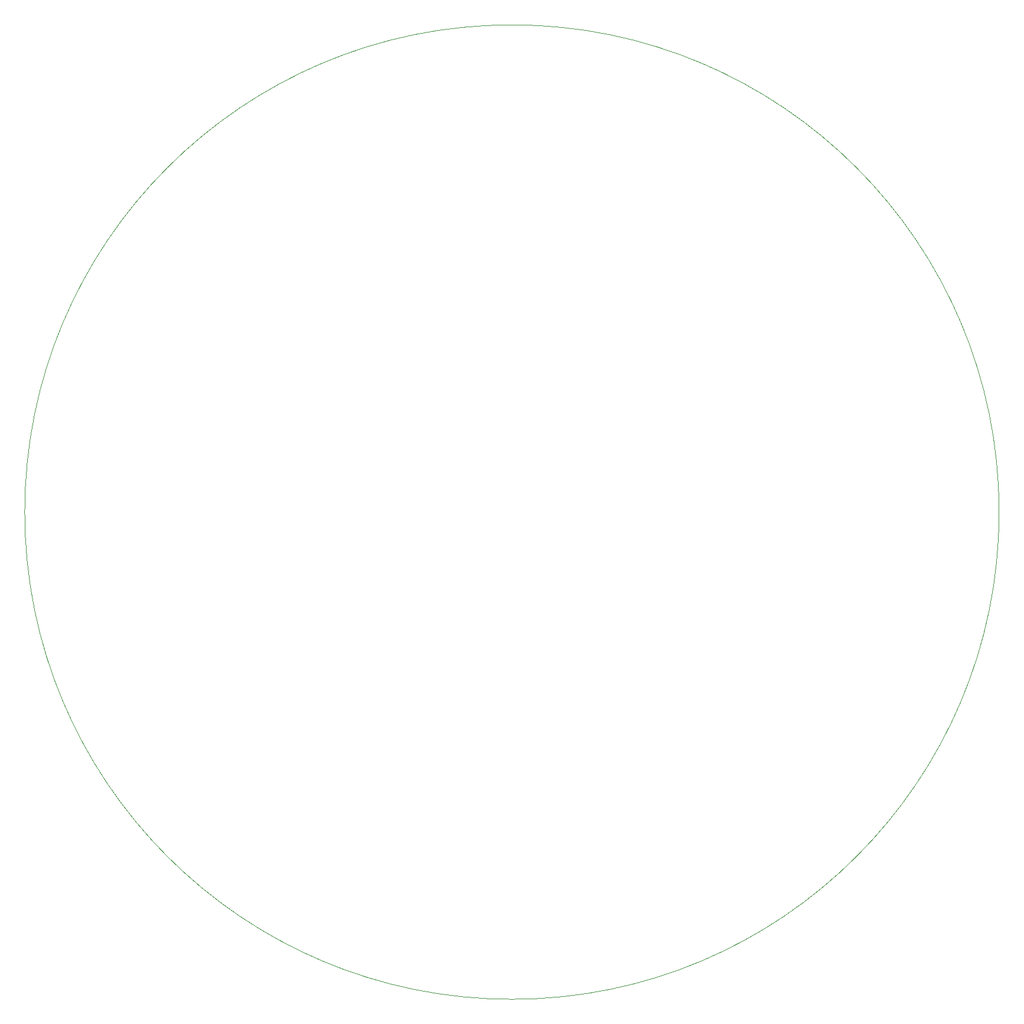
<source format=gko>
G04*
G04 #@! TF.GenerationSoftware,Altium Limited,Altium Designer,18.1.7 (191)*
G04*
G04 Layer_Color=16711935*
%FSLAX44Y44*%
%MOMM*%
G71*
G01*
G75*
%ADD82C,0.1000*%
D82*
X698500Y0D02*
G03*
X698500Y0I-698500J0D01*
G01*
M02*

</source>
